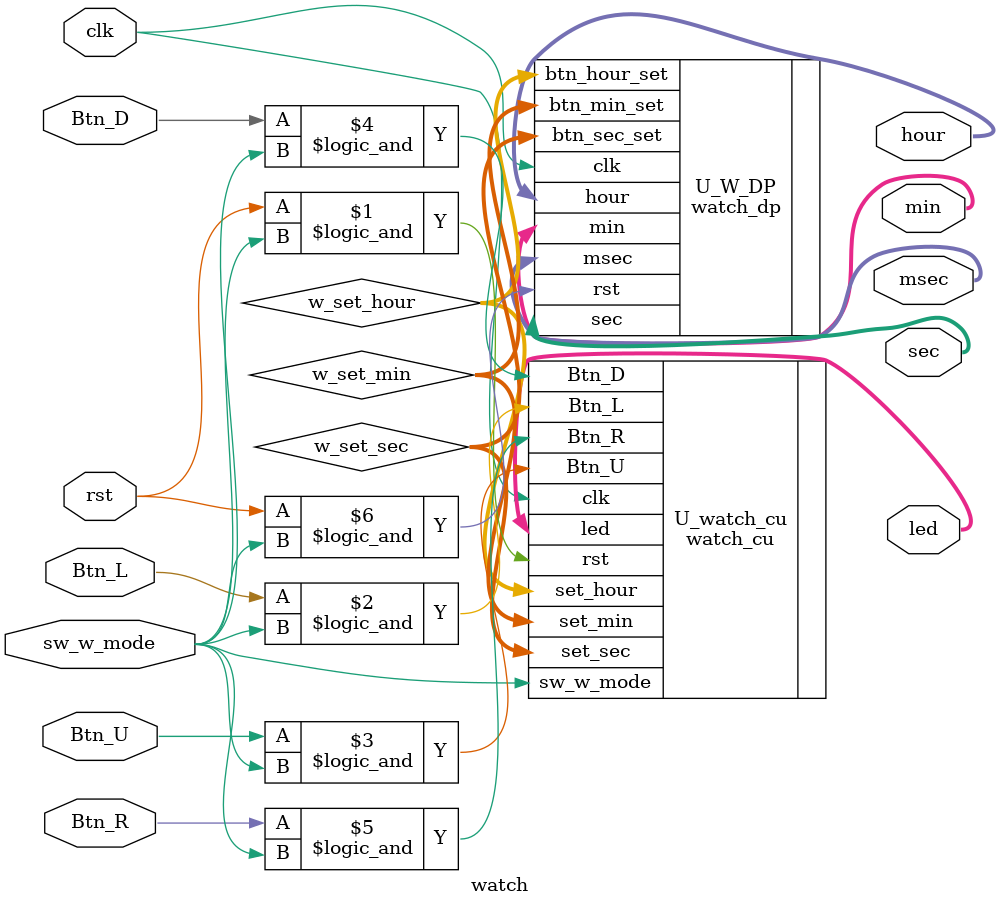
<source format=v>
`timescale 1ns / 1ps


module watch (
    input        clk,
    input        rst,
    input        Btn_L,
    input        Btn_U,
    input        Btn_D,
    input        Btn_R,
    input        sw_w_mode,
    output [6:0] msec,
    output [5:0] sec,
    output [5:0] min,
    output [4:0] hour,
    output [2:0] led
);

    wire [1:0] w_set_sec, w_set_min, w_set_hour;
    wire [2:0] w_led;
    

    watch_cu U_watch_cu (
        .clk(clk),
        .rst(rst && sw_w_mode),
        .Btn_L(Btn_L && sw_w_mode),
        .Btn_U(Btn_U && sw_w_mode),
        .Btn_D(Btn_D && sw_w_mode),
        .Btn_R(Btn_R && sw_w_mode),
        .set_sec(w_set_sec),
        .set_min(w_set_min),
        .set_hour(w_set_hour),
        .led(led),
        .sw_w_mode(sw_w_mode)
    );

    watch_dp U_W_DP (
        .clk(clk),
        .rst(rst && sw_w_mode),
        .btn_sec_set(w_set_sec),
        .btn_min_set(w_set_min),
        .btn_hour_set(w_set_hour),
        .msec(msec),
        .sec(sec),
        .min(min),
        .hour(hour)
    );

endmodule

</source>
